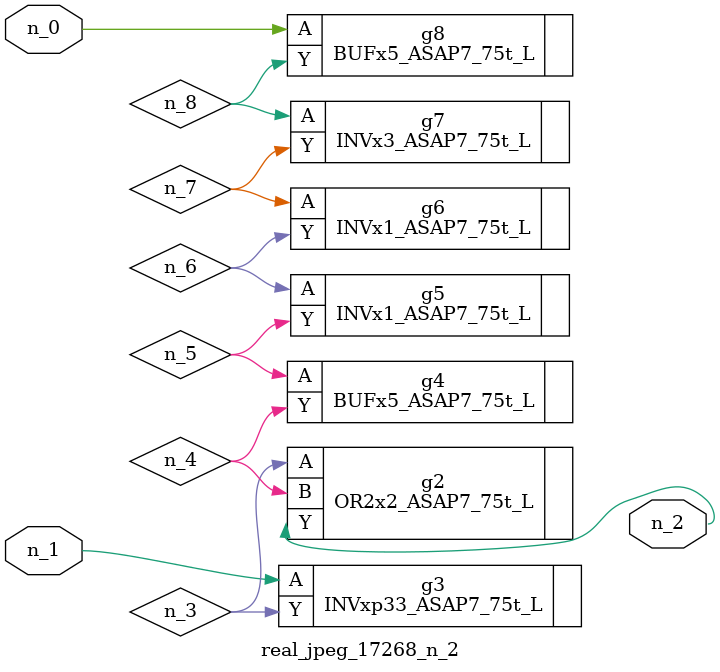
<source format=v>
module real_jpeg_17268_n_2 (n_1, n_0, n_2);

input n_1;
input n_0;

output n_2;

wire n_5;
wire n_4;
wire n_8;
wire n_6;
wire n_7;
wire n_3;

BUFx5_ASAP7_75t_L g8 ( 
.A(n_0),
.Y(n_8)
);

INVxp33_ASAP7_75t_L g3 ( 
.A(n_1),
.Y(n_3)
);

OR2x2_ASAP7_75t_L g2 ( 
.A(n_3),
.B(n_4),
.Y(n_2)
);

BUFx5_ASAP7_75t_L g4 ( 
.A(n_5),
.Y(n_4)
);

INVx1_ASAP7_75t_L g5 ( 
.A(n_6),
.Y(n_5)
);

INVx1_ASAP7_75t_L g6 ( 
.A(n_7),
.Y(n_6)
);

INVx3_ASAP7_75t_L g7 ( 
.A(n_8),
.Y(n_7)
);


endmodule
</source>
